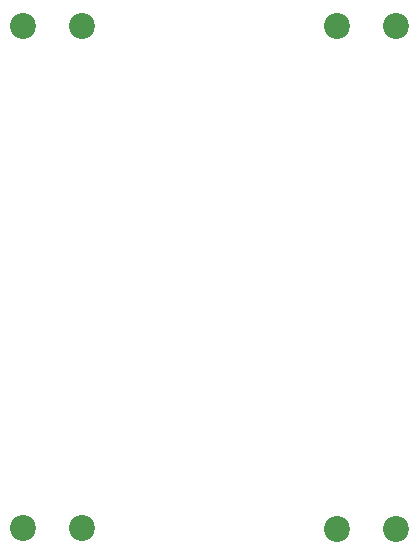
<source format=gbs>
%TF.GenerationSoftware,KiCad,Pcbnew,9.0.0-1.fc41*%
%TF.CreationDate,2025-02-24T21:26:29+02:00*%
%TF.ProjectId,LGS5145 Voltage Regulator,4c475335-3134-4352-9056-6f6c74616765,rev?*%
%TF.SameCoordinates,Original*%
%TF.FileFunction,Soldermask,Bot*%
%TF.FilePolarity,Negative*%
%FSLAX46Y46*%
G04 Gerber Fmt 4.6, Leading zero omitted, Abs format (unit mm)*
G04 Created by KiCad (PCBNEW 9.0.0-1.fc41) date 2025-02-24 21:26:29*
%MOMM*%
%LPD*%
G01*
G04 APERTURE LIST*
%ADD10C,2.200000*%
G04 APERTURE END LIST*
D10*
%TO.C,U3*%
X209600000Y-90600000D03*
X214600000Y-90600000D03*
%TD*%
%TO.C,U2*%
X214600000Y-48050000D03*
X209600000Y-48050000D03*
%TD*%
%TO.C,U2*%
X188000000Y-48000000D03*
X183000000Y-48000000D03*
%TD*%
%TO.C,U3*%
X183000000Y-90550000D03*
X188000000Y-90550000D03*
%TD*%
M02*

</source>
